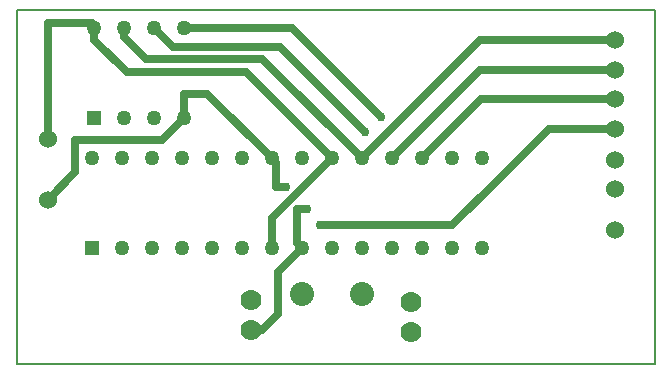
<source format=gbr>
G04 PROTEUS RS274X GERBER FILE*
%FSLAX45Y45*%
%MOMM*%
G01*
%ADD10C,0.635000*%
%ADD13C,0.762000*%
%ADD14R,1.270000X1.270000*%
%ADD15C,1.270000*%
%ADD16C,1.524000*%
%ADD19C,2.032000*%
%ADD70C,1.778000*%
%ADD20C,0.203200*%
%TD.AperFunction*%
D10*
X-10930000Y+10200000D02*
X-10697065Y+10432935D01*
X-10697065Y+10703756D01*
X-9964244Y+10703756D01*
X-9778000Y+10890000D01*
X-9034000Y+9788000D02*
X-9034000Y+10042000D01*
X-8526000Y+10550000D01*
X-9034000Y+10550000D02*
X-8998265Y+10514265D01*
X-8998265Y+10304787D01*
X-8910265Y+10304787D01*
X-8734628Y+10122393D02*
X-8822628Y+10122393D01*
X-8822628Y+9830628D01*
X-8780000Y+9788000D01*
X-9034000Y+10550000D02*
X-9582000Y+11098000D01*
X-9778000Y+11098000D01*
X-9778000Y+10890000D01*
X-8526000Y+10550000D02*
X-9254000Y+11278000D01*
X-10264544Y+11278000D01*
X-10540000Y+11553456D01*
X-10540000Y+11652000D01*
X-8272000Y+10550000D02*
X-7272000Y+11550000D01*
X-6130000Y+11550000D01*
X-8018000Y+10550000D02*
X-7268000Y+11300000D01*
X-6130000Y+11300000D01*
X-6130000Y+11050000D02*
X-7264000Y+11050000D01*
X-7764000Y+10550000D01*
X-6130000Y+10800000D02*
X-6689169Y+10800000D01*
X-7135222Y+10353947D01*
X-7506025Y+9983144D01*
X-8623068Y+9983144D01*
X-8272000Y+10550000D02*
X-9114087Y+11392087D01*
X-10098296Y+11392087D01*
X-10286000Y+11579791D01*
X-10286000Y+11652000D01*
X-8242142Y+10771043D02*
X-8960879Y+11489780D01*
X-9869780Y+11489780D01*
X-10032000Y+11652000D01*
X-8108265Y+10896648D02*
X-8863617Y+11652000D01*
X-9778000Y+11652000D01*
X-9210000Y+9096000D02*
X-9118703Y+9096000D01*
X-8979851Y+9234852D01*
X-8979851Y+9588149D01*
X-8780000Y+9788000D01*
X-10930000Y+10710000D02*
X-10930000Y+11700000D01*
X-10560000Y+11700000D01*
X-10540000Y+11652000D01*
D13*
X-8910265Y+10304787D03*
X-8734628Y+10122393D03*
X-8623068Y+9983144D03*
X-8242142Y+10771043D03*
X-8108265Y+10896648D03*
D14*
X-10558000Y+9788000D03*
D15*
X-10304000Y+9788000D03*
X-10050000Y+9788000D03*
X-9796000Y+9788000D03*
X-9542000Y+9788000D03*
X-9288000Y+9788000D03*
X-9034000Y+9788000D03*
X-8780000Y+9788000D03*
X-8526000Y+9788000D03*
X-8272000Y+9788000D03*
X-8018000Y+9788000D03*
X-7764000Y+9788000D03*
X-7510000Y+9788000D03*
X-7256000Y+9788000D03*
X-7256000Y+10550000D03*
X-7510000Y+10550000D03*
X-7764000Y+10550000D03*
X-8018000Y+10550000D03*
X-8272000Y+10550000D03*
X-8526000Y+10550000D03*
X-8780000Y+10550000D03*
X-9034000Y+10550000D03*
X-9288000Y+10550000D03*
X-9542000Y+10550000D03*
X-9796000Y+10550000D03*
X-10050000Y+10550000D03*
X-10304000Y+10550000D03*
X-10556000Y+10550000D03*
D14*
X-10540000Y+10890000D03*
D15*
X-10286000Y+10890000D03*
X-10032000Y+10890000D03*
X-9778000Y+10890000D03*
X-9778000Y+11652000D03*
X-10032000Y+11652000D03*
X-10286000Y+11652000D03*
X-10540000Y+11652000D03*
D16*
X-6130000Y+10290000D03*
X-6130000Y+10540000D03*
X-6130000Y+10800000D03*
X-6130000Y+11050000D03*
X-10930000Y+10200000D03*
X-10930000Y+10710000D03*
X-6130000Y+11300000D03*
X-6130000Y+11550000D03*
X-6130000Y+9940000D03*
X-6130000Y+10290000D03*
D19*
X-8270000Y+9400000D03*
X-8778000Y+9400000D03*
D70*
X-7860000Y+9076000D03*
X-7860000Y+9330000D03*
X-9210000Y+9096000D03*
X-9210000Y+9350000D03*
D20*
X-11190000Y+8810000D02*
X-5790000Y+8810000D01*
X-5790000Y+11810000D01*
X-11190000Y+11810000D01*
X-11190000Y+8810000D01*
M02*

</source>
